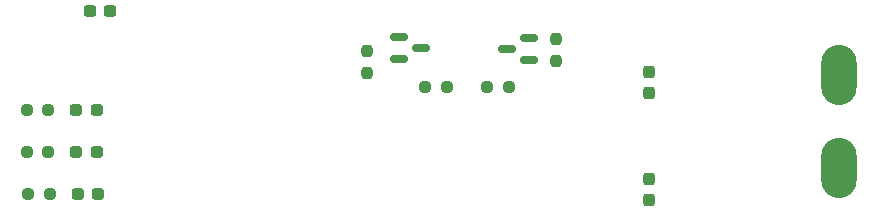
<source format=gbr>
%TF.GenerationSoftware,KiCad,Pcbnew,7.0.7*%
%TF.CreationDate,2023-10-30T23:08:10-05:00*%
%TF.ProjectId,Raman_Spectrometer_Board,52616d61-6e5f-4537-9065-6374726f6d65,rev?*%
%TF.SameCoordinates,Original*%
%TF.FileFunction,Paste,Top*%
%TF.FilePolarity,Positive*%
%FSLAX46Y46*%
G04 Gerber Fmt 4.6, Leading zero omitted, Abs format (unit mm)*
G04 Created by KiCad (PCBNEW 7.0.7) date 2023-10-30 23:08:10*
%MOMM*%
%LPD*%
G01*
G04 APERTURE LIST*
G04 Aperture macros list*
%AMRoundRect*
0 Rectangle with rounded corners*
0 $1 Rounding radius*
0 $2 $3 $4 $5 $6 $7 $8 $9 X,Y pos of 4 corners*
0 Add a 4 corners polygon primitive as box body*
4,1,4,$2,$3,$4,$5,$6,$7,$8,$9,$2,$3,0*
0 Add four circle primitives for the rounded corners*
1,1,$1+$1,$2,$3*
1,1,$1+$1,$4,$5*
1,1,$1+$1,$6,$7*
1,1,$1+$1,$8,$9*
0 Add four rect primitives between the rounded corners*
20,1,$1+$1,$2,$3,$4,$5,0*
20,1,$1+$1,$4,$5,$6,$7,0*
20,1,$1+$1,$6,$7,$8,$9,0*
20,1,$1+$1,$8,$9,$2,$3,0*%
G04 Aperture macros list end*
%ADD10RoundRect,0.237500X0.237500X-0.250000X0.237500X0.250000X-0.237500X0.250000X-0.237500X-0.250000X0*%
%ADD11O,3.000000X5.100000*%
%ADD12RoundRect,0.237500X-0.287500X-0.237500X0.287500X-0.237500X0.287500X0.237500X-0.287500X0.237500X0*%
%ADD13RoundRect,0.237500X0.237500X-0.300000X0.237500X0.300000X-0.237500X0.300000X-0.237500X-0.300000X0*%
%ADD14RoundRect,0.237500X0.250000X0.237500X-0.250000X0.237500X-0.250000X-0.237500X0.250000X-0.237500X0*%
%ADD15RoundRect,0.237500X-0.237500X0.250000X-0.237500X-0.250000X0.237500X-0.250000X0.237500X0.250000X0*%
%ADD16RoundRect,0.150000X0.587500X0.150000X-0.587500X0.150000X-0.587500X-0.150000X0.587500X-0.150000X0*%
%ADD17RoundRect,0.237500X-0.300000X-0.237500X0.300000X-0.237500X0.300000X0.237500X-0.300000X0.237500X0*%
%ADD18RoundRect,0.150000X-0.587500X-0.150000X0.587500X-0.150000X0.587500X0.150000X-0.587500X0.150000X0*%
%ADD19RoundRect,0.237500X-0.250000X-0.237500X0.250000X-0.237500X0.250000X0.237500X-0.250000X0.237500X0*%
G04 APERTURE END LIST*
D10*
%TO.C,R6*%
X85344000Y-58579500D03*
X85344000Y-56754500D03*
%TD*%
D11*
%TO.C,Conn1*%
X109284800Y-67691000D03*
X109284800Y-59817000D03*
%TD*%
D12*
%TO.C,D2*%
X44732000Y-66294000D03*
X46482000Y-66294000D03*
%TD*%
D13*
%TO.C,C3*%
X93218000Y-61314500D03*
X93218000Y-59589500D03*
%TD*%
D12*
%TO.C,D1*%
X44732000Y-62738000D03*
X46482000Y-62738000D03*
%TD*%
D14*
%TO.C,R5*%
X42465000Y-69850000D03*
X40640000Y-69850000D03*
%TD*%
D15*
%TO.C,R7*%
X69342000Y-57770500D03*
X69342000Y-59595500D03*
%TD*%
D16*
%TO.C,Q1*%
X83058000Y-58551000D03*
X83058000Y-56651000D03*
X81183000Y-57601000D03*
%TD*%
D17*
%TO.C,C1*%
X45873500Y-54356000D03*
X47598500Y-54356000D03*
%TD*%
D14*
%TO.C,R3*%
X42352000Y-62738000D03*
X40527000Y-62738000D03*
%TD*%
%TO.C,R4*%
X42352000Y-66293934D03*
X40527000Y-66293934D03*
%TD*%
D12*
%TO.C,D3*%
X44845000Y-69850000D03*
X46595000Y-69850000D03*
%TD*%
D18*
%TO.C,Q2*%
X72039000Y-56585000D03*
X72039000Y-58485000D03*
X73914000Y-57535000D03*
%TD*%
D19*
%TO.C,R2*%
X74271500Y-60837000D03*
X76096500Y-60837000D03*
%TD*%
D14*
%TO.C,R1*%
X81327122Y-60837000D03*
X79502122Y-60837000D03*
%TD*%
D13*
%TO.C,C2*%
X93218000Y-70358000D03*
X93218000Y-68633000D03*
%TD*%
M02*

</source>
